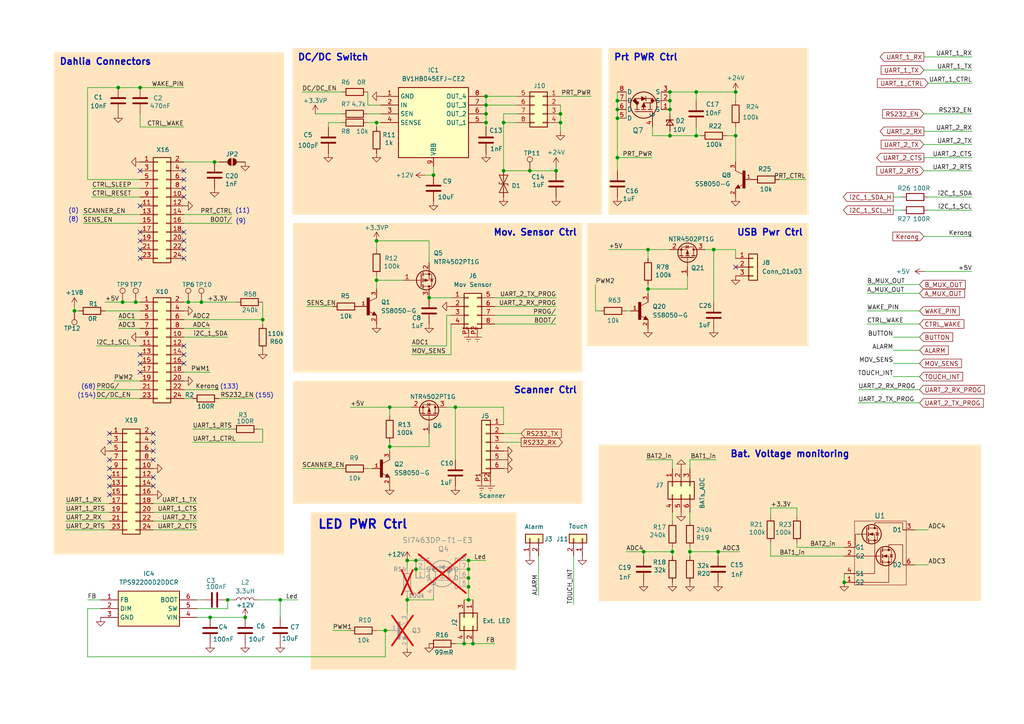
<source format=kicad_sch>
(kicad_sch (version 20231120) (generator "eeschema") (generator_version "8.0")
  (paper "A4")
  (junction (at 124.46 86.36))
  (junction (at 118.11 162.56))
  (junction (at 113.03 129.54))
  (junction (at 187.96 83.82))
  (junction (at 135.89 170.18))
  (junction (at 81.28 173.99))
  (junction (at 109.22 35.56))
  (junction (at 58.42 87.63))
  (junction (at 21.59 90.17))
  (junction (at 135.89 173.99))
  (junction (at 194.31 39.37))
  (junction (at 162.56 35.56))
  (junction (at 179.07 29.21))
  (junction (at 162.56 33.02))
  (junction (at 195.024 160.02))
  (junction (at 140.97 35.56))
  (junction (at 208.28 160.02))
  (junction (at 39.37 87.63))
  (junction (at 125.73 50.8))
  (junction (at 140.97 30.48))
  (junction (at 140.97 33.02))
  (junction (at 186.69 160.02))
  (junction (at 66.04 173.99))
  (junction (at 200.104 160.02))
  (junction (at 76.2 92.71))
  (junction (at 146.05 35.56))
  (junction (at 134.62 186.69))
  (junction (at 194.31 26.67))
  (junction (at 135.89 165.1))
  (junction (at 71.12 179.07))
  (junction (at 244.86 168.91))
  (junction (at 109.22 81.28))
  (junction (at 153.67 49.53))
  (junction (at 120.65 162.56))
  (junction (at 213.36 26.67))
  (junction (at 62.23 46.99))
  (junction (at 179.07 31.75))
  (junction (at 207.01 72.39))
  (junction (at 187.96 72.39))
  (junction (at 34.29 25.4))
  (junction (at 120.65 165.1))
  (junction (at 113.03 118.11))
  (junction (at 179.07 34.29))
  (junction (at 135.89 167.64))
  (junction (at 137.16 186.69))
  (junction (at 111.76 182.88))
  (junction (at 118.11 173.99))
  (junction (at 109.22 69.85))
  (junction (at 140.97 27.94))
  (junction (at 35.56 87.63))
  (junction (at 194.31 31.75))
  (junction (at 213.36 39.37))
  (junction (at 54.61 87.63))
  (junction (at 201.93 39.37))
  (junction (at 60.96 179.07))
  (junction (at 135.89 162.56))
  (junction (at 132.08 118.11))
  (junction (at 146.05 49.53))
  (junction (at 161.29 49.53))
  (junction (at 201.93 26.67))
  (junction (at 179.07 45.72))
  (junction (at 194.31 29.21))
  (junction (at 40.64 25.4))
  (no_connect (at 40.64 72.39))
  (no_connect (at 31.75 128.27))
  (no_connect (at 53.34 105.41))
  (no_connect (at 44.45 133.35))
  (no_connect (at 40.64 59.69))
  (no_connect (at 40.64 107.95))
  (no_connect (at 44.45 138.43))
  (no_connect (at 40.64 69.85))
  (no_connect (at 31.75 135.89))
  (no_connect (at 53.34 49.53))
  (no_connect (at 31.75 143.51))
  (no_connect (at 53.34 57.15))
  (no_connect (at 40.64 67.31))
  (no_connect (at 31.75 125.73))
  (no_connect (at 53.34 67.31))
  (no_connect (at 53.34 72.39))
  (no_connect (at 53.34 74.93))
  (no_connect (at 40.64 74.93))
  (no_connect (at 213.36 77.47))
  (no_connect (at 44.45 128.27))
  (no_connect (at 44.45 140.97))
  (no_connect (at 53.34 69.85))
  (no_connect (at 53.34 100.33))
  (no_connect (at 44.45 130.81))
  (no_connect (at 53.34 102.87))
  (no_connect (at 31.75 140.97))
  (no_connect (at 53.34 52.07))
  (no_connect (at 53.34 54.61))
  (no_connect (at 44.45 125.73))
  (no_connect (at 31.75 133.35))
  (no_connect (at 40.64 49.53))
  (no_connect (at 31.75 138.43))
  (no_connect (at 40.64 105.41))
  (no_connect (at 40.64 102.87))
  (wire (pts (xy 96.52 182.88) (xy 101.6 182.88)))
  (wire (pts (xy 109.22 83.82) (xy 109.22 81.28)))
  (wire (pts (xy 251.46 82.55) (xy 266.7 82.55)))
  (wire (pts (xy 60.96 179.07) (xy 71.12 179.07)))
  (wire (pts (xy 213.36 46.99) (xy 213.36 39.37)))
  (wire (pts (xy 57.15 179.07) (xy 60.96 179.07)))
  (wire (pts (xy 223.52 149.098) (xy 223.5263 149.098)))
  (wire (pts (xy 124.46 69.85) (xy 124.46 76.2)))
  (wire (pts (xy 162.56 30.48) (xy 162.56 33.02)))
  (wire (pts (xy 146.05 49.53) (xy 153.67 49.53)))
  (wire (pts (xy 140.97 35.56) (xy 140.97 36.83)))
  (wire (pts (xy 60.96 95.25) (xy 53.34 95.25)))
  (wire (pts (xy 181.61 160.02) (xy 186.69 160.02)))
  (wire (pts (xy 269.24 163.83) (xy 265.33 163.83)))
  (wire (pts (xy 244.86 166.37) (xy 244.86 168.91)))
  (wire (pts (xy 135.89 162.56) (xy 135.89 165.1)))
  (wire (pts (xy 135.89 167.64) (xy 135.89 170.18)))
  (wire (pts (xy 194.31 31.75) (xy 194.31 33.02)))
  (wire (pts (xy 223.52 147.32) (xy 223.52 149.098)))
  (wire (pts (xy 113.03 118.11) (xy 113.03 120.65)))
  (wire (pts (xy 213.36 72.39) (xy 213.36 74.93)))
  (wire (pts (xy 140.97 33.02) (xy 140.97 35.56)))
  (wire (pts (xy 113.03 128.27) (xy 113.03 129.54)))
  (wire (pts (xy 146.05 125.73) (xy 151.13 125.73)))
  (wire (pts (xy 40.64 90.17) (xy 30.48 90.17)))
  (wire (pts (xy 267.97 38.1) (xy 281.94 38.1)))
  (wire (pts (xy 118.11 162.56) (xy 120.65 162.56)))
  (wire (pts (xy 146.05 49.53) (xy 146.05 35.56)))
  (wire (pts (xy 66.04 173.99) (xy 67.31 173.99)))
  (wire (pts (xy 201.93 26.67) (xy 201.93 29.21)))
  (wire (pts (xy 25.4 190.5) (xy 111.76 190.5)))
  (wire (pts (xy 161.29 86.36) (xy 143.51 86.36)))
  (wire (pts (xy 111.76 190.5) (xy 111.76 182.88)))
  (wire (pts (xy 31.75 148.59) (xy 19.05 148.59)))
  (wire (pts (xy 179.07 26.67) (xy 179.07 29.21)))
  (wire (pts (xy 118.11 177.8) (xy 118.11 173.99)))
  (wire (pts (xy 143.51 93.98) (xy 161.29 93.98)))
  (wire (pts (xy 140.97 27.94) (xy 149.86 27.94)))
  (wire (pts (xy 31.75 146.05) (xy 19.05 146.05)))
  (wire (pts (xy 267.97 45.72) (xy 281.94 45.72)))
  (wire (pts (xy 25.4 176.53) (xy 25.4 190.5)))
  (wire (pts (xy 106.68 30.48) (xy 110.49 30.48)))
  (wire (pts (xy 67.31 64.77) (xy 53.34 64.77)))
  (wire (pts (xy 140.97 27.94) (xy 140.97 30.48)))
  (wire (pts (xy 194.31 26.67) (xy 201.93 26.67)))
  (wire (pts (xy 106.68 26.67) (xy 106.68 30.48)))
  (wire (pts (xy 25.4 52.07) (xy 40.64 52.07)))
  (wire (pts (xy 223.5263 161.29) (xy 244.86 161.29)))
  (wire (pts (xy 95.25 36.83) (xy 95.25 35.56)))
  (wire (pts (xy 281.94 41.91) (xy 267.97 41.91)))
  (wire (pts (xy 120.65 165.1) (xy 120.65 167.64)))
  (wire (pts (xy 124.46 86.36) (xy 130.81 86.36)))
  (wire (pts (xy 269.24 24.13) (xy 281.94 24.13)))
  (wire (pts (xy 281.94 20.32) (xy 267.97 20.32)))
  (wire (pts (xy 91.44 33.02) (xy 99.06 33.02)))
  (wire (pts (xy 130.81 93.98) (xy 130.81 102.87)))
  (wire (pts (xy 186.69 160.02) (xy 186.69 161.29)))
  (wire (pts (xy 53.34 25.4) (xy 40.64 25.4)))
  (wire (pts (xy 176.53 72.39) (xy 187.96 72.39)))
  (wire (pts (xy 200.104 151.13) (xy 200.104 148.59)))
  (wire (pts (xy 213.36 72.39) (xy 207.01 72.39)))
  (wire (pts (xy 53.34 36.83) (xy 40.64 36.83)))
  (wire (pts (xy 58.42 87.63) (xy 68.58 87.63)))
  (wire (pts (xy 162.56 27.94) (xy 171.45 27.94)))
  (wire (pts (xy 63.5 115.57) (xy 73.66 115.57)))
  (wire (pts (xy 62.23 46.99) (xy 63.5 46.99)))
  (wire (pts (xy 135.89 173.99) (xy 137.16 173.99)))
  (wire (pts (xy 140.97 30.48) (xy 149.86 30.48)))
  (wire (pts (xy 109.22 81.28) (xy 116.84 81.28)))
  (wire (pts (xy 132.08 118.11) (xy 129.54 118.11)))
  (wire (pts (xy 109.22 182.88) (xy 111.76 182.88)))
  (wire (pts (xy 132.08 186.69) (xy 134.62 186.69)))
  (wire (pts (xy 25.4 173.99) (xy 29.21 173.99)))
  (wire (pts (xy 266.7 90.17) (xy 251.46 90.17)))
  (wire (pts (xy 213.36 26.67) (xy 213.36 29.21)))
  (wire (pts (xy 60.96 107.95) (xy 53.34 107.95)))
  (wire (pts (xy 134.62 173.99) (xy 135.89 173.99)))
  (wire (pts (xy 251.46 85.09) (xy 266.7 85.09)))
  (wire (pts (xy 109.22 80.01) (xy 109.22 81.28)))
  (wire (pts (xy 40.64 57.15) (xy 26.67 57.15)))
  (wire (pts (xy 207.01 87.63) (xy 207.01 72.39)))
  (wire (pts (xy 88.9 88.9) (xy 96.52 88.9)))
  (wire (pts (xy 143.51 91.44) (xy 161.29 91.44)))
  (wire (pts (xy 118.11 172.72) (xy 118.11 173.99)))
  (wire (pts (xy 55.88 124.46) (xy 67.31 124.46)))
  (wire (pts (xy 33.02 110.49) (xy 40.64 110.49)))
  (wire (pts (xy 95.25 35.56) (xy 99.06 35.56)))
  (wire (pts (xy 57.15 153.67) (xy 44.45 153.67)))
  (wire (pts (xy 113.03 130.81) (xy 113.03 129.54)))
  (wire (pts (xy 162.56 35.56) (xy 162.56 38.1)))
  (wire (pts (xy 248.92 116.84) (xy 266.7 116.84)))
  (wire (pts (xy 25.4 52.07) (xy 25.4 25.4)))
  (wire (pts (xy 132.08 133.35) (xy 132.08 118.11)))
  (wire (pts (xy 187.404 133.35) (xy 195.024 133.35)))
  (wire (pts (xy 259.08 97.79) (xy 266.7 97.79)))
  (wire (pts (xy 149.86 35.56) (xy 146.05 35.56)))
  (wire (pts (xy 111.76 182.88) (xy 113.03 182.88)))
  (wire (pts (xy 134.62 186.69) (xy 137.16 186.69)))
  (wire (pts (xy 189.23 39.37) (xy 189.23 36.83)))
  (wire (pts (xy 194.31 39.37) (xy 201.93 39.37)))
  (wire (pts (xy 195.024 160.02) (xy 195.024 161.29)))
  (wire (pts (xy 53.34 87.63) (xy 54.61 87.63)))
  (wire (pts (xy 130.81 102.87) (xy 119.38 102.87)))
  (wire (pts (xy 53.34 113.03) (xy 63.5 113.03)))
  (wire (pts (xy 267.97 16.51) (xy 281.94 16.51)))
  (wire (pts (xy 261.62 60.96) (xy 259.08 60.96)))
  (wire (pts (xy 101.6 118.11) (xy 113.03 118.11)))
  (wire (pts (xy 200.104 133.35) (xy 207.724 133.35)))
  (wire (pts (xy 76.2 92.71) (xy 76.2 93.98)))
  (wire (pts (xy 281.94 49.53) (xy 267.97 49.53)))
  (wire (pts (xy 172.72 90.17) (xy 173.99 90.17)))
  (wire (pts (xy 67.31 62.23) (xy 53.34 62.23)))
  (wire (pts (xy 213.36 36.83) (xy 213.36 39.37)))
  (wire (pts (xy 146.05 33.02) (xy 149.86 33.02)))
  (wire (pts (xy 125.73 172.72) (xy 125.73 173.99)))
  (wire (pts (xy 189.23 45.72) (xy 179.07 45.72)))
  (wire (pts (xy 53.34 92.71) (xy 76.2 92.71)))
  (wire (pts (xy 231.14 158.75) (xy 231.14 157.48)))
  (wire (pts (xy 179.07 29.21) (xy 179.07 31.75)))
  (wire (pts (xy 266.7 93.98) (xy 251.46 93.98)))
  (wire (pts (xy 213.36 39.37) (xy 210.82 39.37)))
  (wire (pts (xy 81.28 173.99) (xy 86.36 173.99)))
  (wire (pts (xy 58.42 173.99) (xy 57.15 173.99)))
  (wire (pts (xy 140.97 30.48) (xy 140.97 33.02)))
  (wire (pts (xy 135.89 170.18) (xy 135.89 173.99)))
  (wire (pts (xy 267.97 78.74) (xy 281.94 78.74)))
  (wire (pts (xy 281.94 60.96) (xy 269.24 60.96)))
  (wire (pts (xy 135.89 162.56) (xy 140.97 162.56)))
  (wire (pts (xy 118.11 162.56) (xy 118.11 165.1)))
  (wire (pts (xy 267.97 68.58) (xy 281.94 68.58)))
  (wire (pts (xy 267.97 33.02) (xy 281.94 33.02)))
  (wire (pts (xy 261.62 57.15) (xy 259.08 57.15)))
  (wire (pts (xy 125.73 48.26) (xy 125.73 50.8)))
  (wire (pts (xy 166.37 161.29) (xy 166.37 175.26)))
  (wire (pts (xy 21.59 88.9) (xy 21.59 90.17)))
  (wire (pts (xy 259.08 101.6) (xy 266.7 101.6)))
  (wire (pts (xy 203.2 39.37) (xy 201.93 39.37)))
  (wire (pts (xy 24.13 64.77) (xy 40.64 64.77)))
  (wire (pts (xy 162.56 33.02) (xy 162.56 35.56)))
  (wire (pts (xy 259.08 105.41) (xy 266.7 105.41)))
  (wire (pts (xy 35.56 87.63) (xy 30.48 87.63)))
  (wire (pts (xy 194.31 29.21) (xy 194.31 31.75)))
  (wire (pts (xy 187.96 85.09) (xy 187.96 83.82)))
  (wire (pts (xy 66.04 176.53) (xy 66.04 173.99)))
  (wire (pts (xy 106.68 35.56) (xy 109.22 35.56)))
  (wire (pts (xy 76.2 124.46) (xy 76.2 128.27)))
  (wire (pts (xy 40.64 87.63) (xy 39.37 87.63)))
  (wire (pts (xy 200.104 135.89) (xy 200.104 133.35)))
  (wire (pts (xy 109.22 69.85) (xy 124.46 69.85)))
  (wire (pts (xy 208.28 160.02) (xy 200.104 160.02)))
  (wire (pts (xy 248.92 113.03) (xy 266.7 113.03)))
  (wire (pts (xy 130.81 91.44) (xy 129.54 91.44)))
  (wire (pts (xy 146.05 118.11) (xy 132.08 118.11)))
  (wire (pts (xy 135.89 165.1) (xy 135.89 167.64)))
  (wire (pts (xy 146.05 35.56) (xy 146.05 33.02)))
  (wire (pts (xy 214.63 160.02) (xy 208.28 160.02)))
  (wire (pts (xy 195.024 135.89) (xy 195.024 133.35)))
  (wire (pts (xy 106.68 135.89) (xy 107.95 135.89)))
  (wire (pts (xy 181.61 90.17) (xy 182.88 90.17)))
  (wire (pts (xy 31.75 151.13) (xy 19.05 151.13)))
  (wire (pts (xy 34.29 95.25) (xy 40.64 95.25)))
  (wire (pts (xy 137.16 186.69) (xy 143.51 186.69)))
  (wire (pts (xy 231.14 147.32) (xy 223.52 147.32)))
  (wire (pts (xy 179.07 31.75) (xy 179.07 34.29)))
  (wire (pts (xy 223.5263 157.4549) (xy 223.5263 161.29)))
  (wire (pts (xy 187.96 72.39) (xy 194.31 72.39)))
  (wire (pts (xy 53.34 97.79) (xy 66.04 97.79)))
  (wire (pts (xy 57.15 148.59) (xy 44.45 148.59)))
  (wire (pts (xy 213.36 26.67) (xy 201.93 26.67)))
  (wire (pts (xy 25.4 25.4) (xy 34.29 25.4)))
  (wire (pts (xy 194.31 26.67) (xy 194.31 29.21)))
  (wire (pts (xy 53.34 115.57) (xy 55.88 115.57)))
  (wire (pts (xy 31.75 153.67) (xy 19.05 153.67)))
  (wire (pts (xy 146.05 123.19) (xy 146.05 118.11)))
  (wire (pts (xy 281.94 57.15) (xy 269.24 57.15)))
  (wire (pts (xy 87.63 135.89) (xy 99.06 135.89)))
  (wire (pts (xy 231.14 147.32) (xy 231.14 149.86)))
  (wire (pts (xy 200.104 158.75) (xy 200.104 160.02)))
  (wire (pts (xy 179.07 34.29) (xy 179.07 45.72)))
  (wire (pts (xy 172.72 82.55) (xy 172.72 90.17)))
  (wire (pts (xy 57.15 146.05) (xy 44.45 146.05)))
  (wire (pts (xy 189.23 39.37) (xy 194.31 39.37)))
  (wire (pts (xy 39.37 87.63) (xy 35.56 87.63)))
  (wire (pts (xy 109.22 69.85) (xy 109.22 72.39)))
  (wire (pts (xy 27.94 115.57) (xy 40.64 115.57)))
  (wire (pts (xy 34.29 25.4) (xy 40.64 25.4)))
  (wire (pts (xy 194.31 38.1) (xy 194.31 39.37)))
  (wire (pts (xy 124.46 125.73) (xy 124.46 129.54)))
  (wire (pts (xy 113.03 129.54) (xy 124.46 129.54)))
  (wire (pts (xy 40.64 62.23) (xy 24.13 62.23)))
  (wire (pts (xy 81.28 173.99) (xy 81.28 179.07)))
  (wire (pts (xy 125.73 50.8) (xy 123.19 50.8)))
  (wire (pts (xy 76.2 128.27) (xy 55.88 128.27)))
  (wire (pts (xy 118.11 173.99) (xy 125.73 173.99)))
  (wire (pts (xy 76.2 87.63) (xy 76.2 92.71)))
  (wire (pts (xy 40.64 33.02) (xy 40.64 36.83)))
  (wire (pts (xy 129.54 91.44) (xy 129.54 100.33)))
  (wire (pts (xy 156.21 161.29) (xy 156.21 172.72)))
  (wire (pts (xy 110.49 35.56) (xy 109.22 35.56)))
  (wire (pts (xy 161.29 88.9) (xy 143.51 88.9)))
  (wire (pts (xy 199.39 80.01) (xy 199.39 83.82)))
  (wire (pts (xy 259.08 109.22) (xy 266.7 109.22)))
  (wire (pts (xy 109.22 35.56) (xy 109.22 36.83)))
  (wire (pts (xy 120.65 162.56) (xy 120.65 165.1)))
  (wire (pts (xy 233.68 52.07) (xy 226.06 52.07)))
  (wire (pts (xy 265.43 153.67) (xy 269.24 153.67)))
  (wire (pts (xy 223.5263 149.098) (xy 223.5263 149.8349)))
  (wire (pts (xy 21.59 90.17) (xy 22.86 90.17)))
  (wire (pts (xy 54.61 87.63) (xy 58.42 87.63)))
  (wire (pts (xy 195.024 158.75) (xy 195.024 160.02)))
  (wire (pts (xy 27.94 113.03) (xy 40.64 113.03)))
  (wire (pts (xy 87.63 26.67) (xy 99.06 26.67)))
  (wire (pts (xy 208.28 160.02) (xy 208.28 161.29)))
  (wire (pts (xy 186.69 160.02) (xy 195.024 160.02)))
  (wire (pts (xy 57.15 176.53) (xy 66.04 176.53)))
  (wire (pts (xy 187.96 83.82) (xy 199.39 83.82)))
  (wire (pts (xy 74.93 124.46) (xy 76.2 124.46)))
  (wire (pts (xy 106.68 33.02) (xy 110.49 33.02)))
  (wire (pts (xy 153.67 49.53) (xy 161.29 49.53)))
  (wire (pts (xy 161.29 48.26) (xy 161.29 49.53)))
  (wire (pts (xy 57.15 151.13) (xy 44.45 151.13)))
  (wire (pts (xy 74.93 173.99) (xy 81.28 173.99)))
  (wire (pts (xy 27.94 100.33) (xy 40.64 100.33)))
  (wire (pts (xy 53.34 46.99) (xy 62.23 46.99)))
  (wire (pts (xy 113.03 118.11) (xy 119.38 118.11)))
  (wire (pts (xy 195.024 148.59) (xy 195.024 151.13)))
  (wire (pts (xy 200.104 160.02) (xy 200.104 161.29)))
  (wire (pts (xy 187.96 82.55) (xy 187.96 83.82)))
  (wire (pts (xy 34.29 92.71) (xy 40.64 92.71)))
  (wire (pts (xy 207.01 72.39) (xy 204.47 72.39)))
  (wire (pts (xy 146.05 128.27) (xy 151.13 128.27)))
  (wire (pts (xy 26.67 54.61) (xy 40.64 54.61)))
  (wire (pts (xy 179.07 45.72) (xy 179.07 49.53)))
  (wire (pts (xy 187.96 72.39) (xy 187.96 74.93)))
  (wire (pts (xy 129.54 100.33) (xy 119.38 100.33)))
  (wire (pts (xy 231.14 158.75) (xy 244.86 158.75)))
  (wire (pts (xy 29.21 176.53) (xy 25.4 176.53)))
  (wire (pts (xy 201.93 36.83) (xy 201.93 39.37)))
  (text_box "USB Pwr Ctrl" (at 170.18 64.77 0) (size 64.262 35.56) (stroke (width 0) (color 255 229 191 1)) (fill (type color) (color 255 229 191 1)) (effects (font (size 1.905 1.905) (thickness 0.381) (bold yes)) (justify right top)))
  (text_box "Dahlia Connectors\n" (at 15.748 15.24 0) (size 66.548 145.542) (stroke (width 0) (color 255 229 191 1)) (fill (type color) (color 255 229 191 1)) (effects (font (size 1.905 1.905) (thickness 0.381) (bold yes)) (justify left top)))
  (text_box "LED PWR Ctrl\n" (at 90.17 148.59 0) (size 59.69 45.72) (stroke (width -0.0001)) (fill (type color) (color 255 229 191 1)) (effects (font (size 2.54 2.54) (thickness 0.508) (bold yes)) (justify left top)))
  (text_box "Bat. Voltage monitoring" (at 173.736 129.032 0) (size 110.744 45.212) (stroke (width 0) (color 255 229 191 1)) (fill (type color) (color 255 229 191 1)) (effects (font (size 1.905 1.905) (thickness 0.381) (bold yes)) (justify top)))
  (text_box "Scanner Ctrl" (at 85.09 110.49 0) (size 83.82 35.56) (stroke (width 0) (color 255 229 191 1)) (fill (type color) (color 255 229 191 1)) (effects (font (size 1.905 1.905) (thickness 0.381) (bold yes)) (justify right top)))
  (text_box "DC/DC Switch" (at 84.836 13.97 0) (size 89.662 48.26) (stroke (width 0) (color 255 229 191 1)) (fill (type color) (color 255 229 191 1)) (effects (font (size 1.905 1.905) (thickness 0.381) (bold yes)) (justify left top)))
  (text_box "Mov. Sensor Ctrl" (at 85.09 64.77 0) (size 83.82 43.18) (stroke (width 0) (color 255 229 191 1)) (fill (type color) (color 255 229 191 1)) (effects (font (size 1.905 1.905) (thickness 0.381) (bold yes)) (justify right top)))
  (text_box "Prt PWR Ctrl\n" (at 176.53 13.97 0) (size 57.912 48.26) (stroke (width 0) (color 255 229 191 1)) (fill (type color) (color 255 229 191 1)) (effects (font (size 1.905 1.905) (thickness 0.381) (bold yes)) (justify left top)))
  (text "(0)" (at 21.336 61.214 0) (effects (font (size 1.27 1.27))))
  (text "(8)" (at 22.86 63.754 0) (effects (font (size 1.27 1.27)) (justify right)))
  (text "(9)" (at 69.85 64.262 0) (effects (font (size 1.27 1.27))))
  (text "(133)" (at 63.754 112.268 0) (effects (font (size 1.27 1.27)) (justify left)))
  (text "(68)" (at 25.654 112.268 0) (effects (font (size 1.27 1.27))))
  (text "(154)" (at 25.146 114.808 0) (effects (font (size 1.27 1.27))))
  (text "(11)" (at 70.358 61.214 0) (effects (font (size 1.27 1.27))))
  (text "(155)" (at 73.914 114.808 0) (effects (font (size 1.27 1.27)) (justify left)))
  (label "UART_1_CTRL" (at 281.94 24.13 180))
  (label "PRT_CTRL" (at 67.31 62.23 180))
  (label "DC{slash}DC_EN" (at 87.63 26.67 0))
  (label "UART_2_TX_PROG" (at 161.29 86.36 180))
  (label "i2C_1_SCL" (at 27.94 100.33 0))
  (label "CTRL_WAKE" (at 53.34 36.83 180))
  (label "UART_1_TX" (at 57.15 146.05 180))
  (label "UART_2_TX_PROG" (at 248.92 116.84 0))
  (label "UART_2_RX_PROG" (at 161.29 88.9 180))
  (label "UART_2_TX" (at 57.15 151.13 180))
  (label "i2C_1_SDA" (at 66.04 97.79 180))
  (label "WAKE_PIN" (at 53.34 25.4 180))
  (label "SENS_EN" (at 88.9 88.9 0))
  (label "UART_1_TX" (at 281.94 20.32 180))
  (label "B_MUX_OUT" (at 251.46 82.55 0))
  (label "+3.3V" (at 223.52 147.32 0))
  (label "DC{slash}DC_EN" (at 27.94 115.57 0))
  (label "PROG{slash}" (at 27.94 113.03 0))
  (label "+5V" (at 281.94 78.74 180))
  (label "Led" (at 140.97 162.56 180))
  (label "PROG{slash}" (at 161.29 91.44 180))
  (label "ADC1" (at 119.38 100.33 0))
  (label "PWM1" (at 60.96 107.95 180))
  (label "ADC4" (at 60.96 95.25 180))
  (label "+5V" (at 30.48 87.63 0))
  (label "RS232_EN" (at 281.94 33.02 180))
  (label "CTRL_WAKE" (at 251.46 93.98 0))
  (label "ADC1" (at 34.29 92.71 0))
  (label "UART_1_RX" (at 19.05 146.05 0))
  (label "UART_2_RTS" (at 281.94 49.53 180))
  (label "+3.3V" (at 66.04 87.63 180))
  (label "BOOT{slash}" (at 161.29 93.98 180))
  (label "UART_1_CTS" (at 57.15 148.59 180))
  (label "ADC2" (at 60.96 92.71 180))
  (label "SCANNER_EN" (at 87.63 135.89 0))
  (label "UART_2_CTS" (at 57.15 153.67 180))
  (label "PRT_CTRL" (at 233.68 52.07 180))
  (label "ADC3" (at 34.29 95.25 0))
  (label "i2C_1_SDA" (at 281.94 57.15 180))
  (label "FB" (at 143.51 186.69 180))
  (label "MOV_SENS" (at 259.08 105.41 180))
  (label "UART_2_RX" (at 281.94 38.1 180))
  (label "ALARM" (at 259.08 101.6 180))
  (label "UART_2_RX_PROG" (at 248.92 113.03 0))
  (label "PWM2" (at 33.02 110.49 0))
  (label "PWM2" (at 172.72 82.55 0))
  (label "PRT_PWR" (at 171.45 27.94 180))
  (label "ADC4" (at 269.24 153.67 0))
  (label "RS232_EN" (at 73.66 115.57 180))
  (label "UART_1_CTRL" (at 55.88 128.27 0))
  (label "UART_2_TX" (at 281.94 41.91 180))
  (label "UART_2_RTS" (at 19.05 153.67 0))
  (label "UART_1_RTS" (at 19.05 148.59 0))
  (label "Kerong" (at 281.94 68.58 180))
  (label "BAT2_in" (at 187.404 133.35 0))
  (label "TOUCH_INT" (at 166.37 175.26 90))
  (label "BAT1_in" (at 207.724 133.35 180))
  (label "MOV_SENS" (at 119.38 102.87 0))
  (label "FB" (at 25.4 173.99 0))
  (label "ADC4" (at 181.61 160.02 0))
  (label "BUTTON" (at 259.08 97.79 180))
  (label "WAKE_PIN" (at 251.46 90.17 0))
  (label "ADC3" (at 214.63 160.02 180))
  (label "CTRL_SLEEP" (at 26.67 54.61 0))
  (label "BOOT{slash}" (at 67.31 64.77 180))
  (label "ADC3" (at 269.24 163.83 0))
  (label "UART_1_RTS" (at 55.88 124.46 0))
  (label "BAT1_in" (at 226.06 161.29 0))
  (label "SCANNER_EN" (at 24.13 62.23 0))
  (label "BAT2_in" (at 234.95 158.75 0))
  (label "Kerong" (at 63.5 113.03 180))
  (label "UART_2_RX" (at 19.05 151.13 0))
  (label "A_MUX_OUT" (at 251.46 85.09 0))
  (label "ALARM" (at 156.21 172.72 90))
  (label "Led" (at 86.36 173.99 180))
  (label "UART_1_RX" (at 281.94 16.51 180))
  (label "i2C_1_SCL" (at 281.94 60.96 180))
  (label "+5V" (at 176.53 72.39 0))
  (label "PWM1" (at 96.52 182.88 0))
  (label "PRT_PWR" (at 189.23 45.72 180))
  (label "CTRL_RESET" (at 26.67 57.15 0))
  (label "UART_2_CTS" (at 281.94 45.72 180))
  (label "+5V" (at 101.6 118.11 0))
  (label "TOUCH_INT" (at 259.08 109.22 180))
  (label "SENS_EN" (at 24.13 64.77 0))
  (global_label "UART_1_TX" (shape input) (at 267.97 20.32 180) (property "Intersheetrefs" "${INTERSHEET_REFS}" (effects (hide yes))))
  (global_label "UART_2_RX_PROG" (shape input) (at 266.7 113.03 0) (property "Intersheetrefs" "${INTERSHEET_REFS}" (effects (hide yes))))
  (global_label "MOV_SENS" (shape input) (at 266.7 105.41 0) (property "Intersheetrefs" "${INTERSHEET_REFS}" (effects (hide yes))))
  (global_label "A_MUX_OUT" (shape input) (at 266.7 85.09 0) (property "Intersheetrefs" "${INTERSHEET_REFS}" (effects (hide yes))))
  (global_label "B_MUX_OUT" (shape input) (at 266.7 82.55 0) (property "Intersheetrefs" "${INTERSHEET_REFS}" (effects (hide yes))))
  (global_label "i2C_1_SDA_H" (shape output) (at 259.08 57.15 180) (property "Intersheetrefs" "${INTERSHEET_REFS}" (effects (hide yes))))
  (global_label "i2C_1_SCL_H" (shape output) (at 259.08 60.96 180) (property "Intersheetrefs" "${INTERSHEET_REFS}" (effects (hide yes))))
  (global_label "RS232_TX" (shape input) (at 151.13 125.73 0) (property "Intersheetrefs" "${INTERSHEET_REFS}" (effects (hide yes))))
  (global_label "BUTTON" (shape input) (at 266.7 97.79 0) (property "Intersheetrefs" "${INTERSHEET_REFS}" (effects (hide yes))))
  (global_label "UART_1_CTRL" (shape input) (at 269.24 24.13 180) (property "Intersheetrefs" "${INTERSHEET_REFS}" (effects (hide yes))))
  (global_label "UART_2_RTS" (shape input) (at 267.97 49.53 180) (property "Intersheetrefs" "${INTERSHEET_REFS}" (effects (hide yes))))
  (global_label "CTRL_WAKE" (shape input) (at 266.7 93.98 0) (property "Intersheetrefs" "${INTERSHEET_REFS}" (effects (hide yes))))
  (global_label "RS232_EN" (shape input) (at 267.97 33.02 180) (property "Intersheetrefs" "${INTERSHEET_REFS}" (effects (hide yes))))
  (global_label "TOUCH_INT" (shape input) (at 266.7 109.22 0) (property "Intersheetrefs" "${INTERSHEET_REFS}" (effects (hide yes))))
  (global_label "ALARM" (shape input) (at 266.7 101.6 0) (property "Intersheetrefs" "${INTERSHEET_REFS}" (effects (hide yes))))
  (global_label "UART_2_TX_PROG" (shape input) (at 266.7 116.84 0) (property "Intersheetrefs" "${INTERSHEET_REFS}" (effects (hide yes))))
  (global_label "WAKE_PIN" (shape input) (at 266.7 90.17 0) (property "Intersheetrefs" "${INTERSHEET_REFS}" (effects (hide yes))))
  (global_label "UART_2_CTS" (shape output) (at 267.97 45.72 180) (property "Intersheetrefs" "${INTERSHEET_REFS}" (effects (hide yes))))
  (global_label "Kerong" (shape input) (at 267.97 68.58 180) (property "Intersheetrefs" "${INTERSHEET_REFS}" (effects (hide yes))))
  (global_label "RS232_RX" (shape output) (at 151.13 128.27 0) (property "Intersheetrefs" "${INTERSHEET_REFS}" (effects (hide yes))))
  (global_label "UART_1_RX" (shape output) (at 267.97 16.51 180) (property "Intersheetrefs" "${INTERSHEET_REFS}" (effects (hide yes))))
  (global_label "UART_2_RX" (shape output) (at 267.97 38.1 180) (property "Intersheetrefs" "${INTERSHEET_REFS}" (effects (hide yes))))
  (global_label "UART_2_TX" (shape input) (at 267.97 41.91 180) (property "Intersheetrefs" "${INTERSHEET_REFS}" (effects (hide yes))))
  (symbol (lib_id "power:GND") (at 187.96 95.25 0) (mirror y) (unit 1)
    (property "Reference" "#PWR0151" (effects (hide yes)))
    (property "Value" "GND" (effects (hide yes)))
  )
  (symbol (lib_id "Device:R") (at 109.22 40.64 180) (unit 1)
    (property "Reference" "R11" (at 114.808 39.116 0) (effects (justify left)))
    (property "Value" "1k" (at 114.046 41.402 0) (effects (justify left)))
    (property "Footprint" "Resistor_SMD:R_0603_1608Metric" (effects (hide yes)))
  )
  (symbol (lib_id "Device:C") (at 95.25 40.64 0) (mirror y) (unit 1)
    (property "Reference" "C5" (at 90.678 39.116 0) (effects (justify left)))
    (property "Value" "100pF" (at 92.456 42.164 0) (effects (justify left)))
    (property "Footprint" "Capacitor_SMD:C_0603_1608Metric" (effects (hide yes)))
  )
  (symbol (lib_id "power:GND") (at 213.36 57.15 0) (unit 1)
    (property "Reference" "#PWR054" (effects (hide yes)))
    (property "Value" "GND" (effects (hide yes)))
  )
  (symbol (lib_id "Connector_Generic:Conn_01x02") (at 153.67 156.21 90) (unit 1)
    (property "Reference" "J3" (at 160.274 156.337 90) (effects (justify left)))
    (property "Value" "Alarm" (at 157.734 152.781 90) (effects (justify left)))
    (property "Footprint" "libs:1053091202" (effects (hide yes)))
    (property "Description" "Generic connector, single row, 01x02, script generated (kicad-library-utils/schlib/autogen/connector/)" (effects (hide yes)))
  )
  (symbol (lib_id "Device:R") (at 187.96 78.74 0) (unit 1)
    (property "Reference" "R78" (at 190.246 77.47 0) (effects (justify left)))
    (property "Value" "100k" (at 189.992 79.756 0) (effects (justify left)))
    (property "Footprint" "Resistor_SMD:R_0603_1608Metric" (effects (hide yes)))
  )
  (symbol (lib_id "Connector_Generic:Conn_02x02_Odd_Even") (at 137.16 179.07 270) (unit 1)
    (property "Reference" "J2" (at 131.826 180.594 0))
    (property "Value" "Ext. LED" (at 144.018 180.086 90))
    (property "Footprint" "libs:1053101104" (effects (hide yes)))
    (property "Description" "Generic connector, double row, 02x02, odd/even pin numbering scheme (row 1 odd numbers, row 2 even numbers), script generated (kicad-library-utils/schlib/autogen/connector/)" (effects (hide yes)))
  )
  (symbol (lib_id "Device:C") (at 62.23 50.8 0) (unit 1)
    (property "Reference" "C20" (at 65.278 51.054 0) (effects (justify left)))
    (property "Value" "1nF" (at 65.278 53.34 0) (effects (justify left)))
    (property "Footprint" "Capacitor_SMD:C_0603_1608Metric" (effects (hide yes)))
  )
  (symbol (lib_id "Device:C") (at 125.73 54.61 0) (mirror y) (unit 1)
    (property "Reference" "C9" (at 131.064 52.578 0) (effects (justify left)))
    (property "Value" "10uF" (at 131.826 57.15 0) (effects (justify left)))
    (property "Footprint" "Capacitor_SMD:C_0805_2012Metric" (effects (hide yes)))
  )
  (symbol (lib_id "power:+24V") (at 161.29 48.26 0) (unit 1)
    (property "Reference" "#PWR042" (effects (hide yes)))
    (property "Value" "+24V" (at 161.29 44.196 0))
    (property "Description" "Power symbol creates a global label with name \"+24V\"" (effects (hide yes)))
  )
  (symbol (lib_id "power:GND") (at 195.024 168.91 0) (unit 1)
    (property "Reference" "#PWR047" (effects (hide yes)))
    (property "Value" "GND" (effects (hide yes)))
  )
  (symbol (lib_id "Device:R") (at 128.27 186.69 270) (unit 1)
    (property "Reference" "R16" (at 126.238 184.15 90) (effects (justify left)))
    (property "Value" "99mR" (at 125.984 189.23 90) (effects (justify left)))
    (property "Footprint" "Resistor_SMD:R_0805_2012Metric" (effects (hide yes)))
  )
  (symbol (lib_id "Device:R") (at 118.11 168.91 0) (unit 1) (in_bom no) (dnp yes)
    (property "Reference" "R14" (at 114.046 165.1 0) (effects (justify left)))
    (property "Value" "100k" (at 118.364 172.72 0) (effects (justify left)))
    (property "Footprint" "Resistor_SMD:R_0603_1608Metric" (effects (hide yes)))
  )
  (symbol (lib_id "power:GND") (at 109.22 93.98 0) (mirror y) (unit 1)
    (property "Reference" "#PWR019" (effects (hide yes)))
    (property "Value" "GND" (effects (hide yes)))
  )
  (symbol (lib_id "power:GND") (at 110.49 27.94 270) (unit 1)
    (property "Reference" "#PWR020" (effects (hide yes)))
    (property "Value" "GND" (effects (hide yes)))
  )
  (symbol (lib_id "TPS92200D2DDCR:TPS92200D2DDCR") (at 29.21 173.99 0) (unit 1)
    (property "Reference" "IC4" (at 43.18 166.37 0))
    (property "Value" "TPS92200D2DDCR" (at 43.18 168.91 0))
    (property "Footprint" "SOT95P280X110-6N" (effects (hide yes)))
    (property "Datasheet" "https://www.ti.com/lit/gpn/tps92200?HQS=ti-null-null-sf-df-pf-sep-wwe&DCM=yes" (effects (hide yes)))
    (property "Description" "LED Lighting Drivers 4-V to 30-V input voltage, 1.5-A output current, synchronous buck LED driver with dimming options" (effects (hide yes)))
    (property "Height" "1.1" (effects (hide yes)))
    (property "Manufacturer_Name" "Texas Instruments" (effects (hide yes)))
    (property "Manufacturer_Part_Number" "TPS92200D2DDCR" (effects (hide yes)))
    (property "Arrow Part Number" "TPS92200D2DDCR" (effects (hide yes)))
    (property "Arrow Price/Stock" "https://www.arrow.com/en/products/tps92200d2ddcr/texas-instruments?region=nac" (effects (hide yes)))
  )
  (symbol (lib_id "Device:C") (at 179.07 53.34 0) (unit 1)
    (property "Reference" "C16" (at 181.356 55.372 0) (effects (justify left)))
    (property "Value" "1uF" (at 180.594 57.658 0) (effects (justify left)))
    (property "Footprint" "Capacitor_SMD:C_0603_1608Metric" (effects (hide yes)))
  )
  (symbol (lib_id "Device:C") (at 140.97 40.64 0) (mirror y) (unit 1)
    (property "Reference" "C13" (at 145.796 37.846 0) (effects (justify left)))
    (property "Value" "1nF" (at 145.796 43.18 0) (effects (justify left)))
    (property "Footprint" "Capacitor_SMD:C_0603_1608Metric" (effects (hide yes)))
  )
  (symbol (lib_id "SS8050-G:SS8050-G") (at 106.68 88.9 0) (unit 1)
    (property "Reference" "Q1" (at 110.49 87.6299 0) (effects (justify left)))
    (property "Value" "SS8050-G" (at 110.49 90.1699 0) (effects (justify left)))
    (property "Footprint" "libs:TRANS_SS8050-G" (effects (hide yes)))
    (property "Description" "Bipolar (BJT) Transistor NPN 25 V 1.5 A 100MHz 300 mW Surface Mount SOT-23-3" (effects (hide yes)))
    (property "MF" "Comchip Technology" (effects (hide yes)))
    (property "MAXIMUM_PACKAGE_HEIGHT" "1.05 mm" (effects (hide yes)))
    (property "Package" "TO-236 Comchip" (effects (hide yes)))
    (property "Price" "None" (effects (hide yes)))
    (property "Check_prices" "https://www.snapeda.com/parts/SS8050-G/Comchip+Technology/view-part/?ref=eda" (effects (hide yes)))
    (property "STANDARD" "Manufacturer Recommendations" (effects (hide yes)))
    (property "PARTREV" "A" (effects (hide yes)))
    (property "SnapEDA_Link" "https://www.snapeda.com/parts/SS8050-G/Comchip+Technology/view-part/?ref=snap" (effects (hide yes)))
    (property "MP" "SS8050-G" (effects (hide yes)))
    (property "Purchase-URL" "https://www.snapeda.com/api/url_track_click_mouser/?unipart_id=809142&manufacturer=Comchip Technology&part_name=SS8050-G&search_term=ss8050-g" (effects (hide yes)))
    (property "Availability" "In Stock" (effects (hide yes)))
    (property "MANUFACTURER" "Comchip" (effects (hide yes)))
  )
  (symbol (lib_id "power:GND") (at 40.64 46.99 270) (unit 1)
    (property "Reference" "#PWR04" (effects (hide yes)))
    (property "Value" "GND" (effects (hide yes)))
  )
  (symbol (lib_id "power:+3.3VP") (at 91.44 33.02 0) (mirror y) (unit 1)
    (property "Reference" "#PWR013" (effects (hide yes)))
    (property "Value" "+3.3VP" (at 91.44 29.21 0))
  )
  (symbol (lib_id "Device:C") (at 201.93 33.02 0) (unit 1)
    (property "Reference" "C17" (at 204.724 30.226 0) (effects (justify left)))
    (property "Value" "10nF" (at 204.47 32.766 0) (effects (justify left)))
    (property "Footprint" "Capacitor_SMD:C_0603_1608Metric" (effects (hide yes)))
  )
  (symbol (lib_id "power:+5V") (at 267.97 78.74 90) (unit 1)
    (property "Reference" "#PWR057" (effects (hide yes)))
    (property "Value" "+5V" (at 261.874 78.74 90))
    (property "Description" "Power symbol creates a global label with name \"+5V\"" (effects (hide yes)))
  )
  (symbol (lib_id "power:GND") (at 244.86 168.91 0) (mirror y) (unit 1)
    (property "Reference" "#PWR056" (effects (hide yes)))
    (property "Value" "GND" (effects (hide yes)))
  )
  (symbol (lib_id "Device:R") (at 195.024 165.1 0) (mirror y) (unit 1)
    (property "Reference" "R18" (at 193.246 163.068 0) (effects (justify left)))
    (property "Value" "32k" (at 193.246 165.354 0) (effects (justify left)))
    (property "Footprint" "Resistor_SMD:R_0603_1608Metric" (effects (hide yes)))
  )
  (symbol (lib_id "DMN53D0LDW:DMN53D0LDW-7") (at 240.24 158.75 0) (unit 1)
    (property "Reference" "U1" (at 255.226 149.606 0) (effects (font (size 1.524 1.524))))
    (property "Value" "DMN53D0LDW-7" (effects (hide yes)))
    (property "Footprint" "SOT-363_DIO" (effects (hide yes)))
    (property "Datasheet" "DMN53D0LDW-7" (effects (hide yes)))
  )
  (symbol (lib_id "power:GND") (at 146.05 130.81 90) (unit 1)
    (property "Reference" "#PWR039" (effects (hide yes)))
    (property "Value" "GND" (effects (hide yes)))
  )
  (symbol (lib_id "power:GND") (at 81.28 186.69 0) (mirror y) (unit 1)
    (property "Reference" "#PWR0139" (effects (hide yes)))
    (property "Value" "GND" (effects (hide yes)))
  )
  (symbol (lib_id "power:GND") (at 53.34 59.69 90) (unit 1)
    (property "Reference" "#PWR08" (effects (hide yes)))
    (property "Value" "GND" (effects (hide yes)))
  )
  (symbol (lib_id "Device:R") (at 223.5263 153.6449 0) (unit 1)
    (property "Reference" "R21" (at 217.4303 152.1209 0) (effects (justify left)))
    (property "Value" "100k" (at 217.1763 154.4069 0) (effects (justify left)))
    (property "Footprint" "Resistor_SMD:R_0603_1608Metric" (effects (hide yes)))
  )
  (symbol (lib_id "Device:R") (at 102.87 35.56 90) (unit 1)
    (property "Reference" "R8" (at 101.6 38.1 90) (effects (justify left)))
    (property "Value" "10k" (at 106.934 38.1 90) (effects (justify left)))
    (property "Footprint" "Resistor_SMD:R_0603_1608Metric" (effects (hide yes)))
  )
  (symbol (lib_id "power:GND") (at 71.12 46.99 0) (mirror y) (unit 1)
    (property "Reference" "#PWR073" (effects (hide yes)))
    (property "Value" "GND" (effects (hide yes)))
  )
  (symbol (lib_id "Connector_Generic:Conn_01x06") (at 140.97 128.27 0) (mirror y) (unit 1)
    (property "Reference" "J5" (at 140.716 120.65 0))
    (property "Value" "Scanner" (at 142.748 143.764 0))
    (property "Footprint" "libs:CON_430450624_MOL" (effects (hide yes)))
    (property "Description" "Generic connector, single row, 01x06, script generated (kicad-library-utils/schlib/autogen/connector/)" (effects (hide yes)))
  )
  (symbol (lib_id "power:GND") (at 60.96 186.69 0) (mirror y) (unit 1)
    (property "Reference" "#PWR0100" (effects (hide yes)))
    (property "Value" "GND" (effects (hide yes)))
  )
  (symbol (lib_id "power:GND") (at 208.28 168.91 0) (unit 1)
    (property "Reference" "#PWR062" (effects (hide yes)))
    (property "Value" "GND" (effects (hide yes)))
  )
  (symbol (lib_id "power:GND") (at 95.25 44.45 0) (mirror y) (unit 1)
    (property "Reference" "#PWR015" (effects (hide yes)))
    (property "Value" "GND" (effects (hide yes)))
  )
  (symbol (lib_id "Connector:TestPoint") (at 54.61 87.63 0) (unit 1)
    (property "Reference" "TP6" (at 52.832 82.55 0) (effects (justify left)))
    (property "Value" "TestPoint" (effects (hide yes)))
    (property "Footprint" "TestPoint:TestPoint_Pad_D2.0mm" (effects (hide yes)))
    (property "Description" "test point" (effects (hide yes)))
  )
  (symbol (lib_id "Device:L") (at 71.12 173.99 90) (unit 1)
    (property "Reference" "L2" (at 71.12 168.91 90))
    (property "Value" "3.3uH" (at 71.12 171.45 90))
    (property "Footprint" "Inductor_SMD:L_1210_3225Metric" (effects (hide yes)))
    (property "Datasheet" "TFM322512ALMA3R3MTAA" (effects (hide yes)))
    (property "Description" "C139240" (effects (hide yes)))
  )
  (symbol (lib_id "Device:R") (at 200.104 154.94 0) (mirror x) (unit 1)
    (property "Reference" "R19" (at 201.882 155.956 0) (effects (justify left)))
    (property "Value" "240k" (at 201.882 153.67 0) (effects (justify left)))
    (property "Footprint" "Resistor_SMD:R_0603_1608Metric" (effects (hide yes)))
  )
  (symbol (lib_id "Device:Q_PMOS_GSD") (at 124.46 120.65 270) (mirror x) (unit 1)
    (property "Reference" "Q6" (at 125.476 123.444 90) (effects (justify left)))
    (property "Value" "NTR4502PT1G" (at 118.872 115.062 90) (effects (justify left)))
    (property "Footprint" "libs:SOT96P237X111-3N" (effects (hide yes)))
    (property "Description" "P-MOSFET transistor, gate/source/drain" (effects (hide yes)))
  )
  (symbol (lib_id "power:GNDREF") (at 142.24 139.7 0) (unit 1)
    (property "Reference" "#PWR037" (effects (hide yes)))
    (property "Value" "GND_CHASSIS" (effects (hide yes)))
    (property "Description" "Power symbol creates a global label with name \"GNDREF\" , reference supply ground" (effects (hide yes)))
  )
  (symbol (lib_name "Conn_02x04_Top_Bottom_1") (lib_id "Connector_Generic:Conn_02x04_Top_Bottom") (at 135.89 88.9 0) (unit 1)
    (property "Reference" "J6" (at 137.16 80.01 0))
    (property "Value" "Mov Sensor" (at 137.16 82.55 0))
    (property "Footprint" "libs:CON_1053121108" (effects (hide yes)))
    (property "Description" "Generic connector, double row, 02x04, top/bottom pin numbering scheme (row 1: 1...pins_per_row, row2: pins_per_row+1 ... num_pins), script generated (kicad-library-utils/schlib/autogen/connector/)" (effects (hide yes)))
  )
  (symbol (lib_id "power:GND") (at 132.08 140.97 0) (mirror y) (unit 1)
    (property "Reference" "#PWR028" (effects (hide yes)))
    (property "Value" "GND" (effects (hide yes)))
  )
  (symbol (lib_id "Connector:TestPoint") (at 35.56 87.63 0) (unit 1)
    (property "Reference" "TP9" (at 33.782 82.55 0) (effects (justify left)))
    (property "Value" "TestPoint" (effects (hide yes)))
    (property "Footprint" "TestPoint:TestPoint_Pad_D2.0mm" (effects (hide yes)))
    (property "Description" "test point" (effects (hide yes)))
  )
  (symbol (lib_id "Device:R") (at 109.22 76.2 0) (unit 1)
    (property "Reference" "R12" (at 111.506 74.93 0) (effects (justify left)))
    (property "Value" "100k" (at 111.252 77.216 0) (effects (justify left)))
    (property "Footprint" "Resistor_SMD:R_0603_1608Metric" (effects (hide yes)))
  )
  (symbol (lib_id "SS8050-G:SS8050-G") (at 110.49 135.89 0) (unit 1)
    (property "Reference" "Q2" (at 114.3 134.6199 0) (effects (justify left)))
    (property "Value" "SS8050-G" (at 114.3 137.1599 0) (effects (justify left)))
    (property "Footprint" "libs:TRANS_SS8050-G" (effects (hide yes)))
    (property "Description" "Bipolar (BJT) Transistor NPN 25 V 1.5 A 100MHz 300 mW Surface Mount SOT-23-3" (effects (hide yes)))
    (property "MF" "Comchip Technology" (effects (hide yes)))
    (property "MAXIMUM_PACKAGE_HEIGHT" "1.05 mm" (effects (hide yes)))
    (property "Package" "TO-236 Comchip" (effects (hide yes)))
    (property "Price" "None" (effects (hide yes)))
    (property "Check_prices" "https://www.snapeda.com/parts/SS8050-G/Comchip+Technology/view-part/?ref=eda" (effects (hide yes)))
    (property "STANDARD" "Manufacturer Recommendations" (effects (hide yes)))
    (property "PARTREV" "A" (effects (hide yes)))
    (property "SnapEDA_Link" "https://www.snapeda.com/parts/SS8050-G/Comchip+Technology/view-part/?ref=snap" (effects (hide yes)))
    (property "MP" "SS8050-G" (effects (hide yes)))
    (property "Purchase-URL" "https://www.snapeda.com/api/url_track_click_mouser/?unipart_id=809142&manufacturer=Comchip Technology&part_name=SS8050-G&search_term=ss8050-g" (effects (hide yes)))
    (property "Availability" "In Stock" (effects (hide yes)))
    (property "MANUFACTURER" "Comchip" (effects (hide yes)))
  )
  (symbol (lib_id "power:GND") (at 168.91 161.29 0) (unit 1)
    (property "Reference" "#PWR055" (effects (hide yes)))
    (property "Value" "GND" (effects (hide yes)))
  )
  (symbol (lib_id "Device:D_Zener_Small") (at 194.31 35.56 90) (mirror x) (unit 1)
    (property "Reference" "D2" (at 198.628 35.052 90) (effects (justify left)))
    (property "Value" "10V" (at 198.882 37.592 90) (effects (justify left)))
    (property "Footprint" "Diode_SMD:D_SOD-323_HandSoldering" (effects (hide yes)))
    (property "Description" "Zener diode, small symbol" (effects (hide yes)))
  )
  (symbol (lib_id "Device:R") (at 102.87 26.67 90) (unit 1)
    (property "Reference" "R6" (at 101.6 23.876 90) (effects (justify left)))
    (property "Value" "0R" (at 106.172 23.876 90) (effects (justify left)))
    (property "Footprint" "Resistor_SMD:R_0603_1608Metric" (effects (hide yes)))
  )
  (symbol (lib_id "Device:C") (at 71.12 182.88 0) (mirror y) (unit 1)
    (property "Reference" "C6" (at 76.962 181.61 0) (effects (justify left)))
    (property "Value" "10uF" (at 76.962 185.42 0) (effects (justify left)))
    (property "Footprint" "Capacitor_SMD:C_0805_2012Metric" (effects (hide yes)))
  )
  (symbol (lib_id "Device:R") (at 72.39 87.63 270) (mirror x) (unit 1)
    (property "Reference" "R58" (at 70.612 85.344 90) (effects (justify left)))
    (property "Value" "240k" (at 70.104 89.916 90) (effects (justify left)))
    (property "Footprint" "Resistor_SMD:R_0603_1608Metric" (effects (hide yes)))
  )
  (symbol (lib_id "Connector_Generic:Conn_02x12_Odd_Even") (at 36.83 138.43 0) (unit 1)
    (property "Reference" "X19" (at 38.1 121.92 0))
    (property "Value" "Conn_02x12_Odd_Even" (effects (hide yes)))
    (property "Footprint" "Connector_PinHeader_2.54mm:PinHeader_2x12_P2.54mm_Vertical" (effects (hide yes)))
    (property "Description" "C7430408" (effects (hide yes)))
  )
  (symbol (lib_id "power:GND") (at 130.81 88.9 270) (unit 1)
    (property "Reference" "#PWR031" (effects (hide yes)))
    (property "Value" "GND" (effects (hide yes)))
  )
  (symbol (lib_id "power:GND") (at 40.64 97.79 270) (unit 1)
    (property "Reference" "#PWR05" (effects (hide yes)))
    (property "Value" "GND" (effects (hide yes)))
  )
  (symbol (lib_id "SI7463DP:SI7463DP-T1-E3") (at 125.73 172.72 90) (unit 1) (in_bom no) (dnp yes)
    (property "Reference" "Q4" (at 130.302 159.258 90) (effects (font (size 1.524 1.524)) (justify left)))
    (property "Value" "SI7463DP-T1-E3" (at 137.16 156.718 90) (effects (font (size 1.524 1.524)) (justify left)))
    (property "Footprint" "MOSFET_65DP-T1-E3_VIS" (effects (hide yes)))
    (property "Datasheet" "SI7463DP-T1-E3" (effects (hide yes)))
  )
  (symbol (lib_id "power:GND") (at 34.29 33.02 0) (mirror y) (unit 1)
    (property "Reference" "#PWR03" (effects (hide yes)))
    (property "Value" "GND" (effects (hide yes)))
  )
  (symbol (lib_id "power:GND") (at 44.45 143.51 90) (unit 1)
    (property "Reference" "#PWR07" (effects (hide yes)))
    (property "Value" "GND" (effects (hide yes)))
  )
  (symbol (lib_id "power:GNDREF") (at 138.43 96.52 0) (unit 1)
    (property "Reference" "#PWR036" (effects (hide yes)))
    (property "Value" "GND_CHASSIS" (effects (hide yes)))
    (property "Description" "Power symbol creates a global label with name \"GNDREF\" , reference supply ground" (effects (hide yes)))
  )
  (symbol (lib_id "power:+24V") (at 213.36 26.67 0) (mirror y) (unit 1)
    (property "Reference" "#PWR053" (effects (hide yes)))
    (property "Value" "+24V" (at 213.36 22.606 0))
    (property "Description" "Power symbol creates a global label with name \"+24V\"" (effects (hide yes)))
  )
  (symbol (lib_id "Connector:TestPoint") (at 153.67 49.53 0) (unit 1)
    (property "Reference" "TP11" (at 151.892 44.45 0) (effects (justify left)))
    (property "Value" "TestPoint" (effects (hide yes)))
    (property "Footprint" "TestPoint:TestPoint_Pad_D2.0mm" (effects (hide yes)))
    (property "Description" "test point" (effects (hide yes)))
  )
  (symbol (lib_id "Device:R") (at 76.2 97.79 0) (mirror x) (unit 1)
    (property "Reference" "R60" (at 78.232 99.06 0) (effects (justify left)))
    (property "Value" "110k" (at 77.5564 96.7471 0) (effects (justify left)))
    (property "Footprint" "Resistor_SMD:R_0603_1608Metric" (effects (hide yes)))
  )
  (symbol (lib_id "power:GND") (at 186.69 168.91 0) (unit 1)
    (property "Reference" "#PWR061" (effects (hide yes)))
    (property "Value" "GND" (effects (hide yes)))
  )
  (symbol (lib_id "Device:R") (at 26.67 90.17 90) (mirror x) (unit 1)
    (property "Reference" "R1" (at 28.448 88.138 90) (effects (justify left)))
    (property "Value" "0R" (at 28.194 92.456 90) (effects (justify left)))
    (property "Footprint" "Resistor_SMD:R_0603_1608Metric" (effects (hide yes)))
  )
  (symbol (lib_id "Connector:TestPoint") (at 21.59 90.17 180) (unit 1)
    (property "Reference" "TP12" (at 23.368 95.25 0) (effects (justify left)))
    (property "Value" "TestPoint" (effects (hide yes)))
    (property "Footprint" "TestPoint:TestPoint_Pad_D2.0mm" (effects (hide yes)))
    (property "Description" "test point" (effects (hide yes)))
  )
  (symbol (lib_id "power:GND") (at 125.73 58.42 0) (mirror y) (unit 1)
    (property "Reference" "#PWR025" (effects (hide yes)))
    (property "Value" "GND" (effects (hide yes)))
  )
  (symbol (lib_id "Connector_Generic:Conn_02x12_Odd_Even") (at 45.72 100.33 0) (unit 1)
    (property "Reference" "X10" (at 46.99 84.582 0))
    (property "Value" "Conn_02x12_Odd_Even" (effects (hide yes)))
    (property "Footprint" "Connector_PinHeader_2.54mm:PinHeader_2x12_P2.54mm_Vertical" (effects (hide yes)))
    (property "Description" "C7430408" (effects (hide yes)))
  )
  (symbol (lib_id "Device:R") (at 222.25 52.07 90) (mirror x) (unit 1)
    (property "Reference" "R25" (at 223.774 49.022 90) (effects (justify left)))
    (property "Value" "10k" (at 224.028 54.864 90) (effects (justify left)))
    (property "Footprint" "Resistor_SMD:R_0603_1608Metric" (effects (hide yes)))
  )
  (symbol (lib_id "power:GND") (at 76.2 101.6 0) (unit 1)
    (property "Reference" "#PWR032" (effects (hide yes)))
    (property "Value" "GND" (effects (hide yes)))
  )
  (symbol (lib_id "power:GND") (at 53.34 110.49 90) (unit 1)
    (property "Reference" "#PWR010" (effects (hide yes)))
    (property "Value" "GND" (effects (hide yes)))
  )
  (symbol (lib_id "Connector_Generic:Conn_01x03") (at 218.44 77.47 0) (unit 1)
    (property "Reference" "J8" (at 220.98 76.1999 0) (effects (justify left)))
    (property "Value" "Conn_01x03" (at 220.98 78.7399 0) (effects (justify left)))
    (property "Footprint" "libs:1053091203" (effects (hide yes)))
    (property "Datasheet" "molex 1053091103" (effects (hide yes)))
    (property "Description" "Generic connector, single row, 01x03, script generated (kicad-library-utils/schlib/autogen/connector/)" (effects (hide yes)))
  )
  (symbol (lib_id "power:GND") (at 31.75 130.81 270) (unit 1)
    (property "Reference" "#PWR02" (effects (hide yes)))
    (property "Value" "GND" (effects (hide yes)))
  )
  (symbol (lib_id "Device:C") (at 208.28 165.1 0) (mirror y) (unit 1)
    (property "Reference" "C15" (at 215.646 163.83 0) (effects (justify left)))
    (property "Value" "1nF" (at 215.646 166.624 0) (effects (justify left)))
    (property "Footprint" "Capacitor_SMD:C_0603_1608Metric" (effects (hide yes)))
  )
  (symbol (lib_id "power:GND") (at 71.12 186.69 0) (mirror y) (unit 1)
    (property "Reference" "#PWR0124" (effects (hide yes)))
    (property "Value" "GND" (effects (hide yes)))
  )
  (symbol (lib_id "Device:R") (at 200.104 165.1 0) (mirror x) (unit 1)
    (property "Reference" "R20" (at 202.136 166.37 0) (effects (justify left)))
    (property "Value" "32k" (at 202.136 164.084 0) (effects (justify left)))
    (property "Footprint" "Resistor_SMD:R_0603_1608Metric" (effects (hide yes)))
  )
  (symbol (lib_id "Device:R") (at 102.87 135.89 270) (unit 1)
    (property "Reference" "R9" (at 101.346 132.842 90) (effects (justify left)))
    (property "Value" "10k" (at 101.092 138.684 90) (effects (justify left)))
    (property "Footprint" "Resistor_SMD:R_0603_1608Metric" (effects (hide yes)))
  )
  (symbol (lib_id "power:GND") (at 113.03 140.97 0) (mirror y) (unit 1)
    (property "Reference" "#PWR021" (effects (hide yes)))
    (property "Value" "GND" (effects (hide yes)))
  )
  (symbol (lib_id "power:+12V") (at 118.11 162.56 0) (unit 1)
    (property "Reference" "#PWR011" (effects (hide yes)))
    (property "Value" "+12V" (at 114.808 160.782 0))
  )
  (symbol (lib_id "power:GND") (at 207.01 95.25 0) (mirror y) (unit 1)
    (property "Reference" "#PWR0152" (effects (hide yes)))
    (property "Value" "GND" (effects (hide yes)))
  )
  (symbol (lib_id "power:GND") (at 124.46 186.69 0) (mirror y) (unit 1)
    (property "Reference" "#PWR027" (effects (hide yes)))
    (property "Value" "GND" (effects (hide yes)))
  )
  (symbol (lib_id "Connector:TestPoint") (at 39.37 87.63 0) (unit 1)
    (property "Reference" "TP7" (at 37.592 82.55 0) (effects (justify left)))
    (property "Value" "TestPoint" (effects (hide yes)))
    (property "Footprint" "TestPoint:TestPoint_Pad_D2.0mm" (effects (hide yes)))
    (property "Description" "test point" (effects (hide yes)))
  )
  (symbol (lib_id "Connector:TestPoint") (at 58.42 87.63 0) (unit 1)
    (property "Reference" "TP10" (at 56.642 82.55 0) (effects (justify left)))
    (property "Value" "TestPoint" (effects (hide yes)))
    (property "Footprint" "TestPoint:TestPoint_Pad_D2.0mm" (effects (hide yes)))
    (property "Description" "test point" (effects (hide yes)))
  )
  (symbol (lib_id "Device:C") (at 34.29 29.21 0) (unit 1)
    (property "Reference" "C1" (at 27.178 28.194 0) (effects (justify left)))
    (property "Value" "10nF" (at 26.162 30.734 0) (effects (justify left)))
    (property "Footprint" "Capacitor_SMD:C_0603_1608Metric" (effects (hide yes)))
  )
  (symbol (lib_id "power:GND") (at 140.97 44.45 0) (mirror y) (unit 1)
    (property "Reference" "#PWR035" (effects (hide yes)))
    (property "Value" "GND" (effects (hide yes)))
  )
  (symbol (lib_id "power:GND") (at 197.564 135.89 180) (unit 1)
    (property "Reference" "#PWR048" (effects (hide yes)))
    (property "Value" "GND" (effects (hide yes)))
  )
  (symbol (lib_id "power:+3.3VP") (at 109.22 69.85 0) (mirror y) (unit 1)
    (property "Reference" "#PWR029" (effects (hide yes)))
    (property "Value" "+3.3VP" (at 109.22 66.04 0))
  )
  (symbol (lib_id "power:GND") (at 44.45 135.89 90) (unit 1)
    (property "Reference" "#PWR06" (effects (hide yes)))
    (property "Value" "GND" (effects (hide yes)))
  )
  (symbol (lib_id "Device:R") (at 71.12 124.46 270) (unit 1)
    (property "Reference" "R3" (at 69.088 120.396 90) (effects (justify left)))
    (property "Value" "100R" (at 68.58 122.174 90) (effects (justify left)))
    (property "Footprint" "Resistor_SMD:R_0603_1608Metric" (effects (hide yes)))
  )
  (symbol (lib_id "power:GND") (at 197.564 148.59 0) (unit 1)
    (property "Reference" "#PWR049" (effects (hide yes)))
    (property "Value" "GND" (effects (hide yes)))
  )
  (symbol (lib_id "Device:Q_PMOS_GSD") (at 199.39 74.93 270) (mirror x) (unit 1)
    (property "Reference" "Q21" (at 200.406 77.724 90) (effects (justify left)))
    (property "Value" "NTR4502PT1G" (at 193.802 69.342 90) (effects (justify left)))
    (property "Footprint" "libs:SOT96P237X111-3N" (effects (hide yes)))
    (property "Description" "P-MOSFET transistor, gate/source/drain" (effects (hide yes)))
  )
  (symbol (lib_id "Device:R") (at 207.01 39.37 270) (mirror x) (unit 1)
    (property "Reference" "R22" (at 205.486 36.576 90) (effects (justify left)))
    (property "Value" "100k" (at 204.724 41.91 90) (effects (justify left)))
    (property "Footprint" "Resistor_SMD:R_0603_1608Metric" (effects (hide yes)))
  )
  (symbol (lib_id "Device:R") (at 195.024 154.94 0) (mirror y) (unit 1)
    (property "Reference" "R17" (at 193.246 152.908 0) (effects (justify left)))
    (property "Value" "240k" (at 193.246 155.194 0) (effects (justify left)))
    (property "Footprint" "Resistor_SMD:R_0603_1608Metric" (effects (hide yes)))
  )
  (symbol (lib_id "Device:C") (at 60.96 182.88 0) (mirror y) (unit 1)
    (property "Reference" "C4" (at 66.04 181.864 0) (effects (justify left)))
    (property "Value" "100nF" (at 67.818 185.42 0) (effects (justify left)))
    (property "Footprint" "Capacitor_SMD:C_0603_1608Metric" (effects (hide yes)))
  )
  (symbol (lib_id "power:GND") (at 146.05 135.89 90) (unit 1)
    (property "Reference" "#PWR041" (effects (hide yes)))
    (property "Value" "GND" (effects (hide yes)))
  )
  (symbol (lib_id "power:+12V") (at 71.12 179.07 0) (unit 1)
    (property "Reference" "#PWR0136" (effects (hide yes)))
    (property "Value" "+12V" (at 71.12 175.514 0))
  )
  (symbol (lib_id "Device:R") (at 113.03 124.46 0) (unit 1)
    (property "Reference" "R13" (at 115.316 123.19 0) (effects (justify left)))
    (property "Value" "100k" (at 115.062 125.476 0) (effects (justify left)))
    (property "Footprint" "Resistor_SMD:R_0603_1608Metric" (effects (hide yes)))
  )
  (symbol (lib_id "power:GND") (at 118.11 187.96 0) (mirror y) (unit 1)
    (property "Reference" "#PWR022" (effects (hide yes)))
    (property "Value" "GND" (effects (hide yes)))
  )
  (symbol (lib_id "power:GND") (at 153.67 161.29 0) (unit 1)
    (property "Reference" "#PWR052" (effects (hide yes)))
    (property "Value" "GND" (effects (hide yes)))
  )
  (symbol (lib_id "power:GND") (at 161.29 57.15 0) (mirror y) (unit 1)
    (property "Reference" "#PWR043" (effects (hide yes)))
    (property "Value" "GND" (effects (hide yes)))
  )
  (symbol (lib_id "power:GND") (at 162.56 38.1 0) (unit 1)
    (property "Reference" "#PWR044" (effects (hide yes)))
    (property "Value" "GND" (effects (hide yes)))
  )
  (symbol (lib_id "Connector_Generic:Conn_02x04_Top_Bottom") (at 157.48 30.48 0) (mirror y) (unit 1)
    (property "Reference" "J10" (at 156.464 24.892 0))
    (property "Value" "46015-0803" (effects (hide yes)))
    (property "Footprint" "libs:46015-0803" (effects (hide yes)))
    (property "Description" "Generic connector, double row, 02x04, top/bottom pin numbering scheme (row 1: 1...pins_per_row, row2: pins_per_row+1 ... num_pins), script generated (kicad-library-utils/schlib/autogen/connector/)" (effects (hide yes)))
  )
  (symbol (lib_id "Device:R") (at 265.43 57.15 90) (unit 1)
    (property "Reference" "R26" (at 264.16 54.61 90) (effects (justify left)))
    (property "Value" "100R" (at 269.875 54.61 90) (effects (justify left)))
    (property "Footprint" "Resistor_SMD:R_0603_1608Metric" (effects (hide yes)))
  )
  (symbol (lib_id "BV1HB045EFJ-C:BV1HB045EFJ-CE2") (at 110.49 27.94 0) (unit 1)
    (property "Reference" "IC1" (at 125.73 20.32 0))
    (property "Value" "BV1HB045EFJ-CE2" (at 125.73 22.86 0))
    (property "Footprint" "SOIC127P600X100-9N" (effects (hide yes)))
    (property "Datasheet" "https://fscdn.rohm.com/en/products/databook/datasheet/ic/power/ipd/bv1hb045efj-c-e.pdf" (effects (hide yes)))
    (property "Description" "Power Switch ICs - Power Distribution" (effects (hide yes)))
    (property "Height" "1" (effects (hide yes)))
    (property "Manufacturer_Name" "ROHM Semiconductor" (effects (hide yes)))
    (property "Manufacturer_Part_Number" "BV1HB045EFJ-CE2" (effects (hide yes)))
  )
  (symbol (lib_id "power:GND") (at 213.36 80.01 0) (unit 1)
    (property "Reference" "#PWR0195" (effects (hide yes)))
    (property "Value" "GND" (effects (hide yes)))
  )
  (symbol (lib_id "Device:C") (at 40.64 29.21 0) (unit 1)
    (property "Reference" "C2" (at 44.45 28.448 0) (effects (justify left)))
    (property "Value" "470nF" (at 43.434 30.734 0) (effects (justify left)))
    (property "Footprint" "Capacitor_SMD:C_0603_1608Metric" (effects (hide yes)))
  )
  (symbol (lib_id "power:+12V") (at 123.19 50.8 90) (unit 1)
    (property "Reference" "#PWR023" (effects (hide yes)))
    (property "Value" "+12V" (at 117.348 50.8 90))
  )
  (symbol (lib_id "Device:R") (at 231.14 153.67 0) (unit 1)
    (property "Reference" "R23" (at 225.806 152.146 0) (effects (justify left)))
    (property "Value" "100k" (at 224.79 154.432 0) (effects (justify left)))
    (property "Footprint" "Resistor_SMD:R_0603_1608Metric" (effects (hide yes)))
  )
  (symbol (lib_id "power:+1V8") (at 21.59 88.9 0) (mirror y) (unit 1)
    (property "Reference" "#PWR01" (effects (hide yes)))
    (property "Value" "+1V8" (at 21.59 84.836 0))
  )
  (symbol (lib_id "power:GNDREF") (at 139.7 139.7 0) (unit 1)
    (property "Reference" "#PWR034" (effects (hide yes)))
    (property "Value" "GND_CHASSIS" (effects (hide yes)))
    (property "Description" "Power symbol creates a global label with name \"GNDREF\" , reference supply ground" (effects (hide yes)))
  )
  (symbol (lib_id "Device:R") (at 105.41 182.88 270) (unit 1)
    (property "Reference" "R10" (at 103.886 179.832 90) (effects (justify left)))
    (property "Value" "10k" (at 103.632 185.674 90) (effects (justify left)))
    (property "Footprint" "Resistor_SMD:R_0603_1608Metric" (effects (hide yes)))
  )
  (symbol (lib_id "power:GNDREF") (at 135.89 96.52 0) (unit 1)
    (property "Reference" "#PWR033" (effects (hide yes)))
    (property "Value" "GND_CHASSIS" (effects (hide yes)))
    (property "Description" "Power symbol creates a global label with name \"GNDREF\" , reference supply ground" (effects (hide yes)))
  )
  (symbol (lib_id "Device:R") (at 102.87 33.02 90) (unit 1)
    (property "Reference" "R7" (at 101.6 30.226 90) (effects (justify left)))
    (property "Value" "4.7k" (at 106.172 30.226 90) (effects (justify left)))
    (property "Footprint" "Resistor_SMD:R_0603_1608Metric" (effects (hide yes)))
  )
  (symbol (lib_id "SI7463DP:SI7463DP-T1-E3") (at 189.23 36.83 270) (mirror x) (unit 1)
    (property "Reference" "Q7" (at 183.388 37.846 90) (effects (font (size 1.524 1.524)) (justify left)))
    (property "Value" "SI7463DP-T1-E3" (effects (hide yes)))
    (property "Footprint" "MOSFET_65DP-T1-E3_VIS" (effects (hide yes)))
    (property "Datasheet" "SI7463DP-T1-E3" (effects (hide yes)))
  )
  (symbol (lib_id "power:GND") (at 62.23 54.61 0) (mirror y) (unit 1)
    (property "Reference" "#PWR0145" (effects (hide yes)))
    (property "Value" "GND" (effects (hide yes)))
  )
  (symbol (lib_id "Device:C") (at 186.69 165.1 0) (mirror y) (unit 1)
    (property "Reference" "C19" (at 183.134 164.592 0) (effects (justify left)))
    (property "Value" "1nF" (at 183.134 167.386 0) (effects (justify left)))
    (property "Footprint" "Capacitor_SMD:C_0603_1608Metric" (effects (hide yes)))
  )
  (symbol (lib_id "Connector_Generic:Conn_02x03_Top_Bottom") (at 197.564 140.97 90) (mirror x) (unit 1)
    (property "Reference" "J7" (at 192.484 140.716 90) (effects (justify left)))
    (property "Value" "BATs_ADC" (at 203.66 138.43 0) (effects (justify left)))
    (property "Footprint" "libs:CON_1053101106" (effects (hide yes)))
    (property "Description" "Generic connector, double row, 02x03, top/bottom pin numbering scheme (row 1: 1...pins_per_row, row2: pins_per_row+1 ... num_pins), script generated (kicad-library-utils/schlib/autogen/connector/)" (effects (hide yes)))
  )
  (symbol (lib_id "power:GND") (at 179.07 57.15 0) (unit 1)
    (property "Reference" "#PWR046" (effects (hide yes)))
    (property "Value" "GND" (effects (hide yes)))
  )
  (symbol (lib_id "SS8050-G:SS8050-G") (at 115.57 182.88 0) (unit 1) (in_bom no) (dnp yes)
    (property "Reference" "Q3" (at 119.38 182.88 0) (effects (justify left)))
    (property "Value" "SS8050-G" (effects (hide yes)))
    (property "Footprint" "libs:TRANS_SS8050-G" (effects (hide yes)))
    (property "Description" "Bipolar (BJT) Transistor NPN 25 V 1.5 A 100MHz 300 mW Surface Mount SOT-23-3" (effects (hide yes)))
    (property "MF" "Comchip Technology" (effects (hide yes)))
    (property "MAXIMUM_PACKAGE_HEIGHT" "1.05 mm" (effects (hide yes)))
    (property "Package" "TO-236 Comchip" (effects (hide yes)))
    (property "Price" "None" (effects (hide yes)))
    (property "Check_prices" "https://www.snapeda.com/parts/SS8050-G/Comchip+Technology/view-part/?ref=eda" (effects (hide yes)))
    (property "STANDARD" "Manufacturer Recommendations" (effects (hide yes)))
    (property "PARTREV" "A" (effects (hide yes)))
    (property "SnapEDA_Link" "https://www.snapeda.com/parts/SS8050-G/Comchip+Technology/view-part/?ref=snap" (effects (hide yes)))
    (property "MP" "SS8050-G" (effects (hide yes)))
    (property "Purchase-URL" "https://www.snapeda.com/api/url_track_click_mouser/?unipart_id=809142&manufacturer=Comchip Technology&part_name=SS8050-G&search_term=ss8050-g" (effects (hide yes)))
    (property "Availability" "In Stock" (effects (hide yes)))
    (property "MANUFACTURER" "Comchip" (effects (hide yes)))
  )
  (symbol (lib_id "Jumper:SolderJumper_2_Open") (at 67.31 46.99 0) (unit 1) (exclude_from_sim yes) (in_bom no)
    (property "Reference" "JP2" (at 67.31 44.704 0))
    (property "Value" "Recovery" (effects (hide yes)))
    (property "Footprint" "Jumper:SolderJumper-2_P1.3mm_Open_RoundedPad1.0x1.5mm" (effects (hide yes)))
    (property "Description" "Solder Jumper, 2-pole, open" (effects (hide yes)))
  )
  (symbol (lib_id "Device:Q_PMOS_GSD") (at 121.92 81.28 0) (mirror x) (unit 1)
    (property "Reference" "Q5" (at 125.73 73.4059 0) (effects (justify left)))
    (property "Value" "NTR4502PT1G" (at 125.73 75.946 0) (effects (justify left)))
    (property "Footprint" "libs:SOT96P237X111-3N" (effects (hide yes)))
    (property "Description" "P-MOSFET transistor, gate/source/drain" (effects (hide yes)))
  )
  (symbol (lib_id "Device:C") (at 132.08 137.16 0) (mirror y) (unit 1)
    (property "Reference" "C10" (at 131.572 134.366 0) (effects (justify left)))
    (property "Value" "1uF" (at 131.318 139.954 0) (effects (justify left)))
    (property "Footprint" "Capacitor_SMD:C_0603_1608Metric" (effects (hide yes)))
  )
  (symbol (lib_id "Device:C") (at 207.01 91.44 0) (mirror y) (unit 1)
    (property "Reference" "C26" (at 206.502 88.646 0) (effects (justify left)))
    (property "Value" "1uF" (at 206.248 94.234 0) (effects (justify left)))
    (property "Footprint" "Capacitor_SMD:C_0603_1608Metric" (effects (hide yes)))
  )
  (symbol (lib_id "power:GND") (at 146.05 57.15 0) (mirror y) (unit 1)
    (property "Reference" "#PWR038" (effects (hide yes)))
    (property "Value" "GND" (effects (hide yes)))
  )
  (symbol (lib_id "Device:R") (at 177.8 90.17 270) (unit 1)
    (property "Reference" "R63" (at 176.276 87.122 90) (effects (justify left)))
    (property "Value" "10k" (at 176.022 92.964 90) (effects (justify left)))
    (property "Footprint" "Resistor_SMD:R_0603_1608Metric" (effects (hide yes)))
  )
  (symbol (lib_id "Connector_Generic:Conn_01x02") (at 168.91 156.21 270) (mirror x) (unit 1)
    (property "Reference" "J11" (at 161.29 156.337 90) (effects (justify left)))
    (property "Value" "Touch" (at 164.846 152.654 90) (effects (justify left)))
    (property "Footprint" "Connector_Molex:Molex_PicoBlade_53048-0210_1x02_P1.25mm_Horizontal" (effects (hide yes)))
    (property "Description" "Generic connector, single row, 01x02, script generated (kicad-library-utils/schlib/autogen/connector/)" (effects (hide yes)))
  )
  (symbol (lib_id "Device:R") (at 265.43 60.96 90) (unit 1)
    (property "Reference" "R27" (at 264.16 63.5 90) (effects (justify left)))
    (property "Value" "100R" (at 269.875 63.5 90) (effects (justify left)))
    (property "Footprint" "Resistor_SMD:R_0603_1608Metric" (effects (hide yes)))
  )
  (symbol (lib_id "Device:C") (at 161.29 53.34 0) (mirror y) (unit 1)
    (property "Reference" "C14" (at 157.988 51.308 0) (effects (justify left)))
    (property "Value" "1uF" (at 157.988 53.594 0) (effects (justify left)))
    (property "Footprint" "Capacitor_SMD:C_0805_2012Metric" (effects (hide yes)))
  )
  (symbol (lib_id "Device:R") (at 100.33 88.9 270) (unit 1)
    (property "Reference" "R5" (at 98.806 85.852 90) (effects (justify left)))
    (property "Value" "10k" (at 98.552 91.694 90) (effects (justify left)))
    (property "Footprint" "Resistor_SMD:R_0603_1608Metric" (effects (hide yes)))
  )
  (symbol (lib_id "power:GND") (at 29.21 179.07 0) (mirror y) (unit 1)
    (property "Reference" "#PWR064" (effects (hide yes)))
    (property "Value" "GND" (effects (hide yes)))
  )
  (symbol (lib_id "Device:C") (at 81.28 182.88 0) (mirror y) (unit 1)
    (property "Reference" "C7" (at 86.868 181.864 0) (effects (justify left)))
    (property "Value" "10uF" (at 86.614 185.166 0) (effects (justify left)))
    (property "Footprint" "Capacitor_SMD:C_0805_2012Metric" (effects (hide yes)))
  )
  (symbol (lib_id "Device:C") (at 124.46 90.17 0) (mirror y) (unit 1)
    (property "Reference" "C8" (at 122.174 92.202 0) (effects (justify left)))
    (property "Value" "1uF" (at 122.936 94.488 0) (effects (justify left)))
    (property "Footprint" "Capacitor_SMD:C_0603_1608Metric" (effects (hide yes)))
  )
  (symbol (lib_id "power:GND") (at 109.22 44.45 0) (unit 1)
    (property "Reference" "#PWR018" (effects (hide yes)))
    (property "Value" "GND" (effects (hide yes)))
  )
  (symbol (lib_id "Connector_Generic:Conn_02x12_Odd_Even") (at 45.72 59.69 0) (unit 1)
    (property "Reference" "X16" (at 47.244 43.434 0))
    (property "Value" "Conn_02x12_Odd_Even" (effects (hide yes)))
    (property "Footprint" "Connector_PinHeader_2.54mm:PinHeader_2x12_P2.54mm_Vertical" (effects (hide yes)))
    (property "Description" "C7430408" (effects (hide yes)))
  )
  (symbol (lib_id "power:GND") (at 53.34 90.17 90) (unit 1)
    (property "Reference" "#PWR09" (effects (hide yes)))
    (property "Value" "GND" (effects (hide yes)))
  )
  (symbol (lib_id "SS8050-G:SS8050-G") (at 215.9 52.07 0) (mirror y) (unit 1)
    (property "Reference" "Q8" (at 212.09 50.7999 0) (effects (justify left)))
    (property "Value" "SS8050-G" (at 211.836 53.34 0) (effects (justify left)))
    (property "Footprint" "libs:TRANS_SS8050-G" (effects (hide yes)))
    (property "Description" "Bipolar (BJT) Transistor NPN 25 V 1.5 A 100MHz 300 mW Surface Mount SOT-23-3" (effects (hide yes)))
    (property "MF" "Comchip Technology" (effects (hide yes)))
    (property "MAXIMUM_PACKAGE_HEIGHT" "1.05 mm" (effects (hide yes)))
    (property "Package" "TO-236 Comchip" (effects (hide yes)))
    (property "Price" "None" (effects (hide yes)))
    (property "Check_prices" "https://www.snapeda.com/parts/SS8050-G/Comchip+Technology/view-part/?ref=eda" (effects (hide yes)))
    (property "STANDARD" "Manufacturer Recommendations" (effects (hide yes)))
    (property "PARTREV" "A" (effects (hide yes)))
    (property "SnapEDA_Link" "https://www.snapeda.com/parts/SS8050-G/Comchip+Technology/view-part/?ref=snap" (effects (hide yes)))
    (property "MP" "SS8050-G" (effects (hide yes)))
    (property "Purchase-URL" "https://www.snapeda.com/api/url_track_click_mouser/?unipart_id=809142&manufacturer=Comchip Technology&part_name=SS8050-G&search_term=ss8050-g" (effects (hide yes)))
    (property "Availability" "In Stock" (effects (hide yes)))
    (property "MANUFACTURER" "Comchip" (effects (hide yes)))
  )
  (symbol (lib_id "power:GND") (at 124.46 93.98 0) (mirror y) (unit 1)
    (property "Reference" "#PWR024" (effects (hide yes)))
    (property "Value" "GND" (effects (hide yes)))
  )
  (symbol (lib_id "Device:R") (at 59.69 115.57 270) (unit 1)
    (property "Reference" "R2" (at 53.594 114.554 90) (effects (justify left)))
    (property "Value" "100R" (at 57.15 117.856 90) (effects (justify left)))
    (property "Footprint" "Resistor_SMD:R_0603_1608Metric" (effects (hide yes)))
  )
  (symbol (lib_id "Device:R") (at 213.36 33.02 0) (mirror y) (unit 1)
    (property "Reference" "R24" (at 220.218 30.988 0) (effects (justify left)))
    (property "Value" "100k" (at 220.218 34.036 0) (effects (justify left)))
    (property "Footprint" "Resistor_SMD:R_0603_1608Metric" (effects (hide yes)))
  )
  (symbol (lib_id "power:GND") (at 200.104 168.91 0) (unit 1)
    (property "Reference" "#PWR050" (effects (hide yes)))
    (property "Value" "GND" (effects (hide yes)))
  )
  (symbol (lib_id "power:GND") (at 146.05 133.35 90) (unit 1)
    (property "Reference" "#PWR040" (effects (hide yes)))
    (property "Value" "GND" (effects (hide yes)))
  )
  (symbol (lib_id "SS8050-G:SS8050-G") (at 185.42 90.17 0) (unit 1)
    (property "Reference" "Q20" (at 189.23 88.8999 0) (effects (justify left)))
    (property "Value" "SS8050-G" (at 189.23 91.4399 0) (effects (justify left)))
    (property "Footprint" "libs:TRANS_SS8050-G" (effects (hide yes)))
    (property "Description" "Bipolar (BJT) Transistor NPN 25 V 1.5 A 100MHz 300 mW Surface Mount SOT-23-3" (effects (hide yes)))
    (property "MF" "Comchip Technology" (effects (hide yes)))
    (property "MAXIMUM_PACKAGE_HEIGHT" "1.05 mm" (effects (hide yes)))
    (property "Package" "TO-236 Comchip" (effects (hide yes)))
    (property "Price" "None" (effects (hide yes)))
    (property "Check_prices" "https://www.snapeda.com/parts/SS8050-G/Comchip+Technology/view-part/?ref=eda" (effects (hide yes)))
    (property "STANDARD" "Manufacturer Recommendations" (effects (hide yes)))
    (property "PARTREV" "A" (effects (hide yes)))
    (property "SnapEDA_Link" "https://www.snapeda.com/parts/SS8050-G/Comchip+Technology/view-part/?ref=snap" (effects (hide yes)))
    (property "MP" "SS8050-G" (effects (hide yes)))
    (property "Purchase-URL" "https://www.snapeda.com/api/url_track_click_mouser/?unipart_id=809142&manufacturer=Comchip Technology&part_name=SS8050-G&search_term=ss8050-g" (effects (hide yes)))
    (property "Availability" "In Stock" (effects (hide yes)))
    (property "MANUFACTURER" "Comchip" (effects (hide yes)))
  )
  (symbol (lib_id "Device:C") (at 62.23 173.99 90) (mirror x) (unit 1)
    (property "Reference" "C3" (at 62.484 168.402 90) (effects (justify left)))
    (property "Value" "100nF" (at 65.786 170.18 90) (effects (justify left)))
    (property "Footprint" "Capacitor_SMD:C_0603_1608Metric" (effects (hide yes)))
  )
  (symbol (lib_id "Diode:SMAJ28CA") (at 146.05 53.34 90) (unit 1)
    (property "Reference" "D1" (at 148.336 53.848 90) (effects (justify right)))
    (property "Value" "SMAJ24CA" (effects (hide yes)))
    (property "Footprint" "Diode_SMD:D_SMA" (effects (hide yes)))
    (property "Datasheet" "https://www.littelfuse.com/media?resourcetype=datasheets&itemid=75e32973-b177-4ee3-a0ff-cedaf1abdb93&filename=smaj-datasheet" (effects (hide yes)))
    (property "Description" "400W bidirectional Transient Voltage Suppressor, 28.0Vr, SMA(DO-214AC)" (effects (hide yes)))
  )
)
</source>
